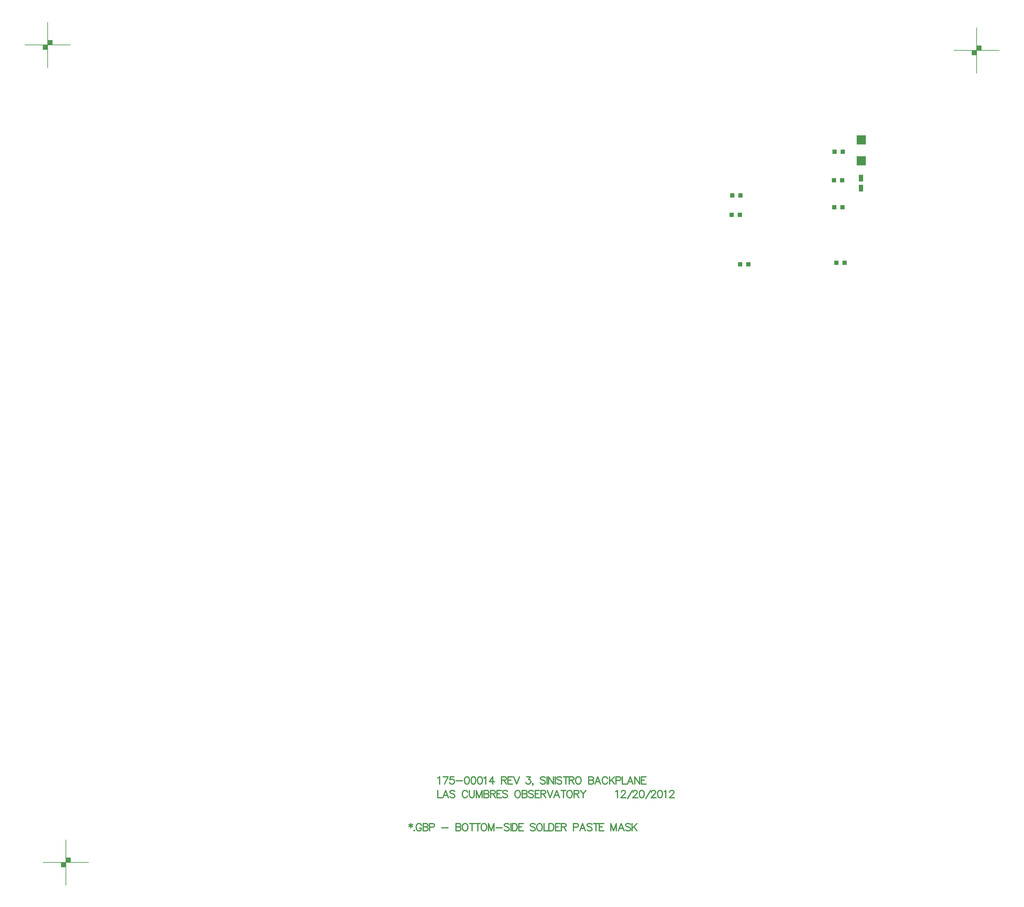
<source format=gbp>
%FSLAX23Y23*%
%MOIN*%
G70*
G01*
G75*
G04 Layer_Color=128*
%ADD10R,0.037X0.035*%
%ADD11R,0.037X0.035*%
%ADD12R,0.070X0.135*%
%ADD13R,0.036X0.036*%
%ADD14R,0.036X0.028*%
%ADD15R,0.100X0.100*%
%ADD16R,0.078X0.048*%
%ADD17R,0.050X0.050*%
%ADD18R,0.050X0.050*%
%ADD19R,0.016X0.085*%
%ADD20R,0.709X0.020*%
%ADD21R,0.048X0.078*%
%ADD22R,0.135X0.070*%
%ADD23C,0.010*%
%ADD24C,0.030*%
%ADD25C,0.050*%
%ADD26C,0.006*%
%ADD27C,0.012*%
%ADD28C,0.008*%
%ADD29C,0.012*%
%ADD30C,0.012*%
%ADD31C,0.050*%
%ADD32O,0.090X0.110*%
G04:AMPARAMS|DCode=33|XSize=90mil|YSize=110mil|CornerRadius=0mil|HoleSize=0mil|Usage=FLASHONLY|Rotation=231.428|XOffset=0mil|YOffset=0mil|HoleType=Round|Shape=Round|*
%AMOVALD33*
21,1,0.020,0.090,0.000,0.000,321.4*
1,1,0.090,-0.008,0.006*
1,1,0.090,0.008,-0.006*
%
%ADD33OVALD33*%

G04:AMPARAMS|DCode=34|XSize=90mil|YSize=110mil|CornerRadius=0mil|HoleSize=0mil|Usage=FLASHONLY|Rotation=282.856|XOffset=0mil|YOffset=0mil|HoleType=Round|Shape=Round|*
%AMOVALD34*
21,1,0.020,0.090,0.000,0.000,12.9*
1,1,0.090,-0.010,-0.002*
1,1,0.090,0.010,0.002*
%
%ADD34OVALD34*%

G04:AMPARAMS|DCode=35|XSize=90mil|YSize=110mil|CornerRadius=0mil|HoleSize=0mil|Usage=FLASHONLY|Rotation=334.284|XOffset=0mil|YOffset=0mil|HoleType=Round|Shape=Round|*
%AMOVALD35*
21,1,0.020,0.090,0.000,0.000,64.3*
1,1,0.090,-0.004,-0.009*
1,1,0.090,0.004,0.009*
%
%ADD35OVALD35*%

G04:AMPARAMS|DCode=36|XSize=90mil|YSize=110mil|CornerRadius=0mil|HoleSize=0mil|Usage=FLASHONLY|Rotation=25.712|XOffset=0mil|YOffset=0mil|HoleType=Round|Shape=Round|*
%AMOVALD36*
21,1,0.020,0.090,0.000,0.000,115.7*
1,1,0.090,0.004,-0.009*
1,1,0.090,-0.004,0.009*
%
%ADD36OVALD36*%

G04:AMPARAMS|DCode=37|XSize=90mil|YSize=110mil|CornerRadius=0mil|HoleSize=0mil|Usage=FLASHONLY|Rotation=77.140|XOffset=0mil|YOffset=0mil|HoleType=Round|Shape=Round|*
%AMOVALD37*
21,1,0.020,0.090,0.000,0.000,167.1*
1,1,0.090,0.010,-0.002*
1,1,0.090,-0.010,0.002*
%
%ADD37OVALD37*%

G04:AMPARAMS|DCode=38|XSize=90mil|YSize=110mil|CornerRadius=0mil|HoleSize=0mil|Usage=FLASHONLY|Rotation=128.568|XOffset=0mil|YOffset=0mil|HoleType=Round|Shape=Round|*
%AMOVALD38*
21,1,0.020,0.090,0.000,0.000,218.6*
1,1,0.090,0.008,0.006*
1,1,0.090,-0.008,-0.006*
%
%ADD38OVALD38*%

G04:AMPARAMS|DCode=39|XSize=90mil|YSize=110mil|CornerRadius=0mil|HoleSize=0mil|Usage=FLASHONLY|Rotation=207.692|XOffset=0mil|YOffset=0mil|HoleType=Round|Shape=Round|*
%AMOVALD39*
21,1,0.020,0.090,0.000,0.000,297.7*
1,1,0.090,-0.005,0.009*
1,1,0.090,0.005,-0.009*
%
%ADD39OVALD39*%

G04:AMPARAMS|DCode=40|XSize=90mil|YSize=110mil|CornerRadius=0mil|HoleSize=0mil|Usage=FLASHONLY|Rotation=235.384|XOffset=0mil|YOffset=0mil|HoleType=Round|Shape=Round|*
%AMOVALD40*
21,1,0.020,0.090,0.000,0.000,325.4*
1,1,0.090,-0.008,0.006*
1,1,0.090,0.008,-0.006*
%
%ADD40OVALD40*%

G04:AMPARAMS|DCode=41|XSize=90mil|YSize=110mil|CornerRadius=0mil|HoleSize=0mil|Usage=FLASHONLY|Rotation=263.076|XOffset=0mil|YOffset=0mil|HoleType=Round|Shape=Round|*
%AMOVALD41*
21,1,0.020,0.090,0.000,0.000,353.1*
1,1,0.090,-0.010,0.001*
1,1,0.090,0.010,-0.001*
%
%ADD41OVALD41*%

G04:AMPARAMS|DCode=42|XSize=90mil|YSize=110mil|CornerRadius=0mil|HoleSize=0mil|Usage=FLASHONLY|Rotation=290.768|XOffset=0mil|YOffset=0mil|HoleType=Round|Shape=Round|*
%AMOVALD42*
21,1,0.020,0.090,0.000,0.000,20.8*
1,1,0.090,-0.009,-0.004*
1,1,0.090,0.009,0.004*
%
%ADD42OVALD42*%

G04:AMPARAMS|DCode=43|XSize=90mil|YSize=110mil|CornerRadius=0mil|HoleSize=0mil|Usage=FLASHONLY|Rotation=318.460|XOffset=0mil|YOffset=0mil|HoleType=Round|Shape=Round|*
%AMOVALD43*
21,1,0.020,0.090,0.000,0.000,48.5*
1,1,0.090,-0.007,-0.007*
1,1,0.090,0.007,0.007*
%
%ADD43OVALD43*%

G04:AMPARAMS|DCode=44|XSize=90mil|YSize=110mil|CornerRadius=0mil|HoleSize=0mil|Usage=FLASHONLY|Rotation=346.152|XOffset=0mil|YOffset=0mil|HoleType=Round|Shape=Round|*
%AMOVALD44*
21,1,0.020,0.090,0.000,0.000,76.2*
1,1,0.090,-0.002,-0.010*
1,1,0.090,0.002,0.010*
%
%ADD44OVALD44*%

G04:AMPARAMS|DCode=45|XSize=90mil|YSize=110mil|CornerRadius=0mil|HoleSize=0mil|Usage=FLASHONLY|Rotation=13.844|XOffset=0mil|YOffset=0mil|HoleType=Round|Shape=Round|*
%AMOVALD45*
21,1,0.020,0.090,0.000,0.000,103.8*
1,1,0.090,0.002,-0.010*
1,1,0.090,-0.002,0.010*
%
%ADD45OVALD45*%

G04:AMPARAMS|DCode=46|XSize=90mil|YSize=110mil|CornerRadius=0mil|HoleSize=0mil|Usage=FLASHONLY|Rotation=41.536|XOffset=0mil|YOffset=0mil|HoleType=Round|Shape=Round|*
%AMOVALD46*
21,1,0.020,0.090,0.000,0.000,131.5*
1,1,0.090,0.007,-0.007*
1,1,0.090,-0.007,0.007*
%
%ADD46OVALD46*%

G04:AMPARAMS|DCode=47|XSize=90mil|YSize=110mil|CornerRadius=0mil|HoleSize=0mil|Usage=FLASHONLY|Rotation=69.228|XOffset=0mil|YOffset=0mil|HoleType=Round|Shape=Round|*
%AMOVALD47*
21,1,0.020,0.090,0.000,0.000,159.2*
1,1,0.090,0.009,-0.004*
1,1,0.090,-0.009,0.004*
%
%ADD47OVALD47*%

G04:AMPARAMS|DCode=48|XSize=90mil|YSize=110mil|CornerRadius=0mil|HoleSize=0mil|Usage=FLASHONLY|Rotation=96.920|XOffset=0mil|YOffset=0mil|HoleType=Round|Shape=Round|*
%AMOVALD48*
21,1,0.020,0.090,0.000,0.000,186.9*
1,1,0.090,0.010,0.001*
1,1,0.090,-0.010,-0.001*
%
%ADD48OVALD48*%

G04:AMPARAMS|DCode=49|XSize=90mil|YSize=110mil|CornerRadius=0mil|HoleSize=0mil|Usage=FLASHONLY|Rotation=124.612|XOffset=0mil|YOffset=0mil|HoleType=Round|Shape=Round|*
%AMOVALD49*
21,1,0.020,0.090,0.000,0.000,214.6*
1,1,0.090,0.008,0.006*
1,1,0.090,-0.008,-0.006*
%
%ADD49OVALD49*%

G04:AMPARAMS|DCode=50|XSize=90mil|YSize=110mil|CornerRadius=0mil|HoleSize=0mil|Usage=FLASHONLY|Rotation=152.304|XOffset=0mil|YOffset=0mil|HoleType=Round|Shape=Round|*
%AMOVALD50*
21,1,0.020,0.090,0.000,0.000,242.3*
1,1,0.090,0.005,0.009*
1,1,0.090,-0.005,-0.009*
%
%ADD50OVALD50*%

G04:AMPARAMS|DCode=51|XSize=90mil|YSize=110mil|CornerRadius=0mil|HoleSize=0mil|Usage=FLASHONLY|Rotation=198.000|XOffset=0mil|YOffset=0mil|HoleType=Round|Shape=Round|*
%AMOVALD51*
21,1,0.020,0.090,0.000,0.000,288.0*
1,1,0.090,-0.003,0.010*
1,1,0.090,0.003,-0.010*
%
%ADD51OVALD51*%

G04:AMPARAMS|DCode=52|XSize=90mil|YSize=110mil|CornerRadius=0mil|HoleSize=0mil|Usage=FLASHONLY|Rotation=216.000|XOffset=0mil|YOffset=0mil|HoleType=Round|Shape=Round|*
%AMOVALD52*
21,1,0.020,0.090,0.000,0.000,306.0*
1,1,0.090,-0.006,0.008*
1,1,0.090,0.006,-0.008*
%
%ADD52OVALD52*%

G04:AMPARAMS|DCode=53|XSize=90mil|YSize=110mil|CornerRadius=0mil|HoleSize=0mil|Usage=FLASHONLY|Rotation=234.000|XOffset=0mil|YOffset=0mil|HoleType=Round|Shape=Round|*
%AMOVALD53*
21,1,0.020,0.090,0.000,0.000,324.0*
1,1,0.090,-0.008,0.006*
1,1,0.090,0.008,-0.006*
%
%ADD53OVALD53*%

G04:AMPARAMS|DCode=54|XSize=90mil|YSize=110mil|CornerRadius=0mil|HoleSize=0mil|Usage=FLASHONLY|Rotation=252.000|XOffset=0mil|YOffset=0mil|HoleType=Round|Shape=Round|*
%AMOVALD54*
21,1,0.020,0.090,0.000,0.000,342.0*
1,1,0.090,-0.010,0.003*
1,1,0.090,0.010,-0.003*
%
%ADD54OVALD54*%

%ADD55O,0.110X0.090*%
G04:AMPARAMS|DCode=56|XSize=90mil|YSize=110mil|CornerRadius=0mil|HoleSize=0mil|Usage=FLASHONLY|Rotation=288.000|XOffset=0mil|YOffset=0mil|HoleType=Round|Shape=Round|*
%AMOVALD56*
21,1,0.020,0.090,0.000,0.000,18.0*
1,1,0.090,-0.010,-0.003*
1,1,0.090,0.010,0.003*
%
%ADD56OVALD56*%

G04:AMPARAMS|DCode=57|XSize=90mil|YSize=110mil|CornerRadius=0mil|HoleSize=0mil|Usage=FLASHONLY|Rotation=306.000|XOffset=0mil|YOffset=0mil|HoleType=Round|Shape=Round|*
%AMOVALD57*
21,1,0.020,0.090,0.000,0.000,36.0*
1,1,0.090,-0.008,-0.006*
1,1,0.090,0.008,0.006*
%
%ADD57OVALD57*%

G04:AMPARAMS|DCode=58|XSize=90mil|YSize=110mil|CornerRadius=0mil|HoleSize=0mil|Usage=FLASHONLY|Rotation=324.000|XOffset=0mil|YOffset=0mil|HoleType=Round|Shape=Round|*
%AMOVALD58*
21,1,0.020,0.090,0.000,0.000,54.0*
1,1,0.090,-0.006,-0.008*
1,1,0.090,0.006,0.008*
%
%ADD58OVALD58*%

G04:AMPARAMS|DCode=59|XSize=90mil|YSize=110mil|CornerRadius=0mil|HoleSize=0mil|Usage=FLASHONLY|Rotation=342.000|XOffset=0mil|YOffset=0mil|HoleType=Round|Shape=Round|*
%AMOVALD59*
21,1,0.020,0.090,0.000,0.000,72.0*
1,1,0.090,-0.003,-0.010*
1,1,0.090,0.003,0.010*
%
%ADD59OVALD59*%

%ADD60C,0.059*%
%ADD61R,0.059X0.059*%
%ADD62R,0.070X0.070*%
%ADD63C,0.070*%
%ADD64C,0.040*%
%ADD65C,0.236*%
%ADD66C,0.024*%
%ADD67C,0.010*%
%ADD68C,0.040*%
%ADD69C,0.065*%
G04:AMPARAMS|DCode=70|XSize=85mil|YSize=85mil|CornerRadius=0mil|HoleSize=0mil|Usage=FLASHONLY|Rotation=0.000|XOffset=0mil|YOffset=0mil|HoleType=Round|Shape=Relief|Width=10mil|Gap=10mil|Entries=4|*
%AMTHD70*
7,0,0,0.085,0.065,0.010,45*
%
%ADD70THD70*%
G04:AMPARAMS|DCode=71|XSize=130mil|YSize=130mil|CornerRadius=0mil|HoleSize=0mil|Usage=FLASHONLY|Rotation=0.000|XOffset=0mil|YOffset=0mil|HoleType=Round|Shape=Relief|Width=10mil|Gap=10mil|Entries=4|*
%AMTHD71*
7,0,0,0.130,0.110,0.010,45*
%
%ADD71THD71*%
%ADD72C,0.110*%
%ADD73C,0.079*%
G04:AMPARAMS|DCode=74|XSize=99.37mil|YSize=99.37mil|CornerRadius=0mil|HoleSize=0mil|Usage=FLASHONLY|Rotation=0.000|XOffset=0mil|YOffset=0mil|HoleType=Round|Shape=Relief|Width=10mil|Gap=10mil|Entries=4|*
%AMTHD74*
7,0,0,0.099,0.079,0.010,45*
%
%ADD74THD74*%
%ADD75C,0.075*%
%ADD76C,0.080*%
G04:AMPARAMS|DCode=77|XSize=95.433mil|YSize=95.433mil|CornerRadius=0mil|HoleSize=0mil|Usage=FLASHONLY|Rotation=0.000|XOffset=0mil|YOffset=0mil|HoleType=Round|Shape=Relief|Width=10mil|Gap=10mil|Entries=4|*
%AMTHD77*
7,0,0,0.095,0.075,0.010,45*
%
%ADD77THD77*%
%ADD78C,0.174*%
G04:AMPARAMS|DCode=79|XSize=70mil|YSize=70mil|CornerRadius=0mil|HoleSize=0mil|Usage=FLASHONLY|Rotation=0.000|XOffset=0mil|YOffset=0mil|HoleType=Round|Shape=Relief|Width=10mil|Gap=10mil|Entries=4|*
%AMTHD79*
7,0,0,0.070,0.050,0.010,45*
%
%ADD79THD79*%
%ADD80C,0.020*%
G04:AMPARAMS|DCode=81|XSize=100mil|YSize=100mil|CornerRadius=0mil|HoleSize=0mil|Usage=FLASHONLY|Rotation=0.000|XOffset=0mil|YOffset=0mil|HoleType=Round|Shape=Relief|Width=10mil|Gap=10mil|Entries=4|*
%AMTHD81*
7,0,0,0.100,0.080,0.010,45*
%
%ADD81THD81*%
%ADD82C,0.010*%
%ADD83C,0.008*%
%ADD84C,0.007*%
%ADD85R,0.257X0.178*%
%ADD86R,1.096X0.079*%
%ADD87R,1.496X0.079*%
%ADD88R,1.000X0.079*%
%ADD89R,0.045X0.043*%
%ADD90R,0.045X0.043*%
%ADD91R,0.078X0.143*%
%ADD92R,0.044X0.044*%
%ADD93R,0.044X0.036*%
%ADD94R,0.108X0.108*%
%ADD95R,0.086X0.056*%
%ADD96R,0.058X0.058*%
%ADD97R,0.058X0.058*%
%ADD98R,0.024X0.093*%
%ADD99R,0.717X0.028*%
%ADD100R,0.056X0.086*%
%ADD101R,0.143X0.078*%
%ADD102O,0.098X0.118*%
G04:AMPARAMS|DCode=103|XSize=98mil|YSize=118mil|CornerRadius=0mil|HoleSize=0mil|Usage=FLASHONLY|Rotation=231.428|XOffset=0mil|YOffset=0mil|HoleType=Round|Shape=Round|*
%AMOVALD103*
21,1,0.020,0.098,0.000,0.000,321.4*
1,1,0.098,-0.008,0.006*
1,1,0.098,0.008,-0.006*
%
%ADD103OVALD103*%

G04:AMPARAMS|DCode=104|XSize=98mil|YSize=118mil|CornerRadius=0mil|HoleSize=0mil|Usage=FLASHONLY|Rotation=282.856|XOffset=0mil|YOffset=0mil|HoleType=Round|Shape=Round|*
%AMOVALD104*
21,1,0.020,0.098,0.000,0.000,12.9*
1,1,0.098,-0.010,-0.002*
1,1,0.098,0.010,0.002*
%
%ADD104OVALD104*%

G04:AMPARAMS|DCode=105|XSize=98mil|YSize=118mil|CornerRadius=0mil|HoleSize=0mil|Usage=FLASHONLY|Rotation=334.284|XOffset=0mil|YOffset=0mil|HoleType=Round|Shape=Round|*
%AMOVALD105*
21,1,0.020,0.098,0.000,0.000,64.3*
1,1,0.098,-0.004,-0.009*
1,1,0.098,0.004,0.009*
%
%ADD105OVALD105*%

G04:AMPARAMS|DCode=106|XSize=98mil|YSize=118mil|CornerRadius=0mil|HoleSize=0mil|Usage=FLASHONLY|Rotation=25.712|XOffset=0mil|YOffset=0mil|HoleType=Round|Shape=Round|*
%AMOVALD106*
21,1,0.020,0.098,0.000,0.000,115.7*
1,1,0.098,0.004,-0.009*
1,1,0.098,-0.004,0.009*
%
%ADD106OVALD106*%

G04:AMPARAMS|DCode=107|XSize=98mil|YSize=118mil|CornerRadius=0mil|HoleSize=0mil|Usage=FLASHONLY|Rotation=77.140|XOffset=0mil|YOffset=0mil|HoleType=Round|Shape=Round|*
%AMOVALD107*
21,1,0.020,0.098,0.000,0.000,167.1*
1,1,0.098,0.010,-0.002*
1,1,0.098,-0.010,0.002*
%
%ADD107OVALD107*%

G04:AMPARAMS|DCode=108|XSize=98mil|YSize=118mil|CornerRadius=0mil|HoleSize=0mil|Usage=FLASHONLY|Rotation=128.568|XOffset=0mil|YOffset=0mil|HoleType=Round|Shape=Round|*
%AMOVALD108*
21,1,0.020,0.098,0.000,0.000,218.6*
1,1,0.098,0.008,0.006*
1,1,0.098,-0.008,-0.006*
%
%ADD108OVALD108*%

G04:AMPARAMS|DCode=109|XSize=98mil|YSize=118mil|CornerRadius=0mil|HoleSize=0mil|Usage=FLASHONLY|Rotation=207.692|XOffset=0mil|YOffset=0mil|HoleType=Round|Shape=Round|*
%AMOVALD109*
21,1,0.020,0.098,0.000,0.000,297.7*
1,1,0.098,-0.005,0.009*
1,1,0.098,0.005,-0.009*
%
%ADD109OVALD109*%

G04:AMPARAMS|DCode=110|XSize=98mil|YSize=118mil|CornerRadius=0mil|HoleSize=0mil|Usage=FLASHONLY|Rotation=235.384|XOffset=0mil|YOffset=0mil|HoleType=Round|Shape=Round|*
%AMOVALD110*
21,1,0.020,0.098,0.000,0.000,325.4*
1,1,0.098,-0.008,0.006*
1,1,0.098,0.008,-0.006*
%
%ADD110OVALD110*%

G04:AMPARAMS|DCode=111|XSize=98mil|YSize=118mil|CornerRadius=0mil|HoleSize=0mil|Usage=FLASHONLY|Rotation=263.076|XOffset=0mil|YOffset=0mil|HoleType=Round|Shape=Round|*
%AMOVALD111*
21,1,0.020,0.098,0.000,0.000,353.1*
1,1,0.098,-0.010,0.001*
1,1,0.098,0.010,-0.001*
%
%ADD111OVALD111*%

G04:AMPARAMS|DCode=112|XSize=98mil|YSize=118mil|CornerRadius=0mil|HoleSize=0mil|Usage=FLASHONLY|Rotation=290.768|XOffset=0mil|YOffset=0mil|HoleType=Round|Shape=Round|*
%AMOVALD112*
21,1,0.020,0.098,0.000,0.000,20.8*
1,1,0.098,-0.009,-0.004*
1,1,0.098,0.009,0.004*
%
%ADD112OVALD112*%

G04:AMPARAMS|DCode=113|XSize=98mil|YSize=118mil|CornerRadius=0mil|HoleSize=0mil|Usage=FLASHONLY|Rotation=318.460|XOffset=0mil|YOffset=0mil|HoleType=Round|Shape=Round|*
%AMOVALD113*
21,1,0.020,0.098,0.000,0.000,48.5*
1,1,0.098,-0.007,-0.007*
1,1,0.098,0.007,0.007*
%
%ADD113OVALD113*%

G04:AMPARAMS|DCode=114|XSize=98mil|YSize=118mil|CornerRadius=0mil|HoleSize=0mil|Usage=FLASHONLY|Rotation=346.152|XOffset=0mil|YOffset=0mil|HoleType=Round|Shape=Round|*
%AMOVALD114*
21,1,0.020,0.098,0.000,0.000,76.2*
1,1,0.098,-0.002,-0.010*
1,1,0.098,0.002,0.010*
%
%ADD114OVALD114*%

G04:AMPARAMS|DCode=115|XSize=98mil|YSize=118mil|CornerRadius=0mil|HoleSize=0mil|Usage=FLASHONLY|Rotation=13.844|XOffset=0mil|YOffset=0mil|HoleType=Round|Shape=Round|*
%AMOVALD115*
21,1,0.020,0.098,0.000,0.000,103.8*
1,1,0.098,0.002,-0.010*
1,1,0.098,-0.002,0.010*
%
%ADD115OVALD115*%

G04:AMPARAMS|DCode=116|XSize=98mil|YSize=118mil|CornerRadius=0mil|HoleSize=0mil|Usage=FLASHONLY|Rotation=41.536|XOffset=0mil|YOffset=0mil|HoleType=Round|Shape=Round|*
%AMOVALD116*
21,1,0.020,0.098,0.000,0.000,131.5*
1,1,0.098,0.007,-0.007*
1,1,0.098,-0.007,0.007*
%
%ADD116OVALD116*%

G04:AMPARAMS|DCode=117|XSize=98mil|YSize=118mil|CornerRadius=0mil|HoleSize=0mil|Usage=FLASHONLY|Rotation=69.228|XOffset=0mil|YOffset=0mil|HoleType=Round|Shape=Round|*
%AMOVALD117*
21,1,0.020,0.098,0.000,0.000,159.2*
1,1,0.098,0.009,-0.004*
1,1,0.098,-0.009,0.004*
%
%ADD117OVALD117*%

G04:AMPARAMS|DCode=118|XSize=98mil|YSize=118mil|CornerRadius=0mil|HoleSize=0mil|Usage=FLASHONLY|Rotation=96.920|XOffset=0mil|YOffset=0mil|HoleType=Round|Shape=Round|*
%AMOVALD118*
21,1,0.020,0.098,0.000,0.000,186.9*
1,1,0.098,0.010,0.001*
1,1,0.098,-0.010,-0.001*
%
%ADD118OVALD118*%

G04:AMPARAMS|DCode=119|XSize=98mil|YSize=118mil|CornerRadius=0mil|HoleSize=0mil|Usage=FLASHONLY|Rotation=124.612|XOffset=0mil|YOffset=0mil|HoleType=Round|Shape=Round|*
%AMOVALD119*
21,1,0.020,0.098,0.000,0.000,214.6*
1,1,0.098,0.008,0.006*
1,1,0.098,-0.008,-0.006*
%
%ADD119OVALD119*%

G04:AMPARAMS|DCode=120|XSize=98mil|YSize=118mil|CornerRadius=0mil|HoleSize=0mil|Usage=FLASHONLY|Rotation=152.304|XOffset=0mil|YOffset=0mil|HoleType=Round|Shape=Round|*
%AMOVALD120*
21,1,0.020,0.098,0.000,0.000,242.3*
1,1,0.098,0.005,0.009*
1,1,0.098,-0.005,-0.009*
%
%ADD120OVALD120*%

G04:AMPARAMS|DCode=121|XSize=98mil|YSize=118mil|CornerRadius=0mil|HoleSize=0mil|Usage=FLASHONLY|Rotation=198.000|XOffset=0mil|YOffset=0mil|HoleType=Round|Shape=Round|*
%AMOVALD121*
21,1,0.020,0.098,0.000,0.000,288.0*
1,1,0.098,-0.003,0.010*
1,1,0.098,0.003,-0.010*
%
%ADD121OVALD121*%

G04:AMPARAMS|DCode=122|XSize=98mil|YSize=118mil|CornerRadius=0mil|HoleSize=0mil|Usage=FLASHONLY|Rotation=216.000|XOffset=0mil|YOffset=0mil|HoleType=Round|Shape=Round|*
%AMOVALD122*
21,1,0.020,0.098,0.000,0.000,306.0*
1,1,0.098,-0.006,0.008*
1,1,0.098,0.006,-0.008*
%
%ADD122OVALD122*%

G04:AMPARAMS|DCode=123|XSize=98mil|YSize=118mil|CornerRadius=0mil|HoleSize=0mil|Usage=FLASHONLY|Rotation=234.000|XOffset=0mil|YOffset=0mil|HoleType=Round|Shape=Round|*
%AMOVALD123*
21,1,0.020,0.098,0.000,0.000,324.0*
1,1,0.098,-0.008,0.006*
1,1,0.098,0.008,-0.006*
%
%ADD123OVALD123*%

G04:AMPARAMS|DCode=124|XSize=98mil|YSize=118mil|CornerRadius=0mil|HoleSize=0mil|Usage=FLASHONLY|Rotation=252.000|XOffset=0mil|YOffset=0mil|HoleType=Round|Shape=Round|*
%AMOVALD124*
21,1,0.020,0.098,0.000,0.000,342.0*
1,1,0.098,-0.010,0.003*
1,1,0.098,0.010,-0.003*
%
%ADD124OVALD124*%

%ADD125O,0.118X0.098*%
G04:AMPARAMS|DCode=126|XSize=98mil|YSize=118mil|CornerRadius=0mil|HoleSize=0mil|Usage=FLASHONLY|Rotation=288.000|XOffset=0mil|YOffset=0mil|HoleType=Round|Shape=Round|*
%AMOVALD126*
21,1,0.020,0.098,0.000,0.000,18.0*
1,1,0.098,-0.010,-0.003*
1,1,0.098,0.010,0.003*
%
%ADD126OVALD126*%

G04:AMPARAMS|DCode=127|XSize=98mil|YSize=118mil|CornerRadius=0mil|HoleSize=0mil|Usage=FLASHONLY|Rotation=306.000|XOffset=0mil|YOffset=0mil|HoleType=Round|Shape=Round|*
%AMOVALD127*
21,1,0.020,0.098,0.000,0.000,36.0*
1,1,0.098,-0.008,-0.006*
1,1,0.098,0.008,0.006*
%
%ADD127OVALD127*%

G04:AMPARAMS|DCode=128|XSize=98mil|YSize=118mil|CornerRadius=0mil|HoleSize=0mil|Usage=FLASHONLY|Rotation=324.000|XOffset=0mil|YOffset=0mil|HoleType=Round|Shape=Round|*
%AMOVALD128*
21,1,0.020,0.098,0.000,0.000,54.0*
1,1,0.098,-0.006,-0.008*
1,1,0.098,0.006,0.008*
%
%ADD128OVALD128*%

G04:AMPARAMS|DCode=129|XSize=98mil|YSize=118mil|CornerRadius=0mil|HoleSize=0mil|Usage=FLASHONLY|Rotation=342.000|XOffset=0mil|YOffset=0mil|HoleType=Round|Shape=Round|*
%AMOVALD129*
21,1,0.020,0.098,0.000,0.000,72.0*
1,1,0.098,-0.003,-0.010*
1,1,0.098,0.003,0.010*
%
%ADD129OVALD129*%

%ADD130C,0.067*%
%ADD131R,0.067X0.067*%
%ADD132R,0.078X0.078*%
%ADD133C,0.078*%
%ADD134C,0.048*%
%ADD135C,0.244*%
%ADD136C,0.032*%
%ADD137C,0.018*%
%ADD138R,1.960X0.420*%
D15*
X36963Y26735D02*
D03*
Y26965D02*
D03*
D18*
X35546Y26355D02*
D03*
X35636D02*
D03*
X36759Y26836D02*
D03*
X36669D02*
D03*
X36689Y25615D02*
D03*
X36779D02*
D03*
X35635Y25601D02*
D03*
X35725D02*
D03*
X36754Y26523D02*
D03*
X36664D02*
D03*
X36757Y26227D02*
D03*
X36667D02*
D03*
X35631Y26144D02*
D03*
X35541D02*
D03*
D21*
X36960Y26546D02*
D03*
Y26436D02*
D03*
D28*
X28229Y18781D02*
Y19281D01*
X27979Y19031D02*
X28479D01*
X28179Y18981D02*
X28229D01*
X28179D02*
Y19031D01*
X28229Y19081D02*
X28279D01*
Y19031D02*
Y19081D01*
X28234Y19036D02*
Y19076D01*
X28274D01*
Y19036D02*
Y19076D01*
X28234Y19036D02*
X28274D01*
X28239Y19041D02*
Y19071D01*
X28269D01*
Y19041D02*
Y19071D01*
X28244Y19041D02*
X28269D01*
X28244Y19046D02*
Y19066D01*
X28264D01*
Y19046D02*
Y19066D01*
X28249Y19046D02*
X28264D01*
X28249Y19051D02*
Y19061D01*
X28259D01*
Y19051D02*
Y19061D01*
X28249Y19051D02*
X28259D01*
X28254D02*
Y19061D01*
X28184Y18986D02*
Y19026D01*
X28224D01*
Y18986D02*
Y19026D01*
X28184Y18986D02*
X28224D01*
X28189Y18991D02*
Y19021D01*
X28219D01*
Y18991D02*
Y19021D01*
X28194Y18991D02*
X28219D01*
X28194Y18996D02*
Y19016D01*
X28214D01*
Y18996D02*
Y19016D01*
X28199Y18996D02*
X28214D01*
X28199Y19001D02*
Y19011D01*
X28209D01*
Y19001D02*
Y19011D01*
X28199Y19001D02*
X28209D01*
X28204D02*
Y19011D01*
X28029Y27761D02*
Y28261D01*
X27779Y28011D02*
X28279D01*
X27979Y27961D02*
X28029D01*
X27979D02*
Y28011D01*
X28029Y28061D02*
X28079D01*
Y28011D02*
Y28061D01*
X28034Y28016D02*
Y28056D01*
X28074D01*
Y28016D02*
Y28056D01*
X28034Y28016D02*
X28074D01*
X28039Y28021D02*
Y28051D01*
X28069D01*
Y28021D02*
Y28051D01*
X28044Y28021D02*
X28069D01*
X28044Y28026D02*
Y28046D01*
X28064D01*
Y28026D02*
Y28046D01*
X28049Y28026D02*
X28064D01*
X28049Y28031D02*
Y28041D01*
X28059D01*
Y28031D02*
Y28041D01*
X28049Y28031D02*
X28059D01*
X28054D02*
Y28041D01*
X27984Y27966D02*
Y28006D01*
X28024D01*
Y27966D02*
Y28006D01*
X27984Y27966D02*
X28024D01*
X27989Y27971D02*
Y28001D01*
X28019D01*
Y27971D02*
Y28001D01*
X27994Y27971D02*
X28019D01*
X27994Y27976D02*
Y27996D01*
X28014D01*
Y27976D02*
Y27996D01*
X27999Y27976D02*
X28014D01*
X27999Y27981D02*
Y27991D01*
X28009D01*
Y27981D02*
Y27991D01*
X27999Y27981D02*
X28009D01*
X28004D02*
Y27991D01*
X38229Y27701D02*
Y28201D01*
X37979Y27951D02*
X38479D01*
X38179Y27901D02*
X38229D01*
X38179D02*
Y27951D01*
X38229Y28001D02*
X38279D01*
Y27951D02*
Y28001D01*
X38234Y27956D02*
Y27996D01*
X38274D01*
Y27956D02*
Y27996D01*
X38234Y27956D02*
X38274D01*
X38239Y27961D02*
Y27991D01*
X38269D01*
Y27961D02*
Y27991D01*
X38244Y27961D02*
X38269D01*
X38244Y27966D02*
Y27986D01*
X38264D01*
Y27966D02*
Y27986D01*
X38249Y27966D02*
X38264D01*
X38249Y27971D02*
Y27981D01*
X38259D01*
Y27971D02*
Y27981D01*
X38249Y27971D02*
X38259D01*
X38254D02*
Y27981D01*
X38184Y27906D02*
Y27946D01*
X38224D01*
Y27906D02*
Y27946D01*
X38184Y27906D02*
X38224D01*
X38189Y27911D02*
Y27941D01*
X38219D01*
Y27911D02*
Y27941D01*
X38194Y27911D02*
X38219D01*
X38194Y27916D02*
Y27936D01*
X38214D01*
Y27916D02*
Y27936D01*
X38199Y27916D02*
X38214D01*
X38199Y27921D02*
Y27931D01*
X38209D01*
Y27921D02*
Y27931D01*
X38199Y27921D02*
X38209D01*
X38204D02*
Y27931D01*
D29*
X32314Y19820D02*
Y19740D01*
X32360D01*
X32430D02*
X32399Y19820D01*
X32369Y19740D01*
X32380Y19767D02*
X32418D01*
X32502Y19809D02*
X32494Y19817D01*
X32483Y19820D01*
X32468D01*
X32456Y19817D01*
X32448Y19809D01*
Y19801D01*
X32452Y19794D01*
X32456Y19790D01*
X32464Y19786D01*
X32487Y19779D01*
X32494Y19775D01*
X32498Y19771D01*
X32502Y19763D01*
Y19752D01*
X32494Y19744D01*
X32483Y19740D01*
X32468D01*
X32456Y19744D01*
X32448Y19752D01*
X32640Y19801D02*
X32636Y19809D01*
X32628Y19817D01*
X32621Y19820D01*
X32605D01*
X32598Y19817D01*
X32590Y19809D01*
X32586Y19801D01*
X32583Y19790D01*
Y19771D01*
X32586Y19759D01*
X32590Y19752D01*
X32598Y19744D01*
X32605Y19740D01*
X32621D01*
X32628Y19744D01*
X32636Y19752D01*
X32640Y19759D01*
X32662Y19820D02*
Y19763D01*
X32666Y19752D01*
X32674Y19744D01*
X32685Y19740D01*
X32693D01*
X32704Y19744D01*
X32712Y19752D01*
X32715Y19763D01*
Y19820D01*
X32738D02*
Y19740D01*
Y19820D02*
X32768Y19740D01*
X32799Y19820D02*
X32768Y19740D01*
X32799Y19820D02*
Y19740D01*
X32821Y19820D02*
Y19740D01*
Y19820D02*
X32856D01*
X32867Y19817D01*
X32871Y19813D01*
X32875Y19805D01*
Y19798D01*
X32871Y19790D01*
X32867Y19786D01*
X32856Y19782D01*
X32821D02*
X32856D01*
X32867Y19779D01*
X32871Y19775D01*
X32875Y19767D01*
Y19756D01*
X32871Y19748D01*
X32867Y19744D01*
X32856Y19740D01*
X32821D01*
X32893Y19820D02*
Y19740D01*
Y19820D02*
X32927D01*
X32938Y19817D01*
X32942Y19813D01*
X32946Y19805D01*
Y19798D01*
X32942Y19790D01*
X32938Y19786D01*
X32927Y19782D01*
X32893D01*
X32919D02*
X32946Y19740D01*
X33013Y19820D02*
X32964D01*
Y19740D01*
X33013D01*
X32964Y19782D02*
X32994D01*
X33080Y19809D02*
X33072Y19817D01*
X33061Y19820D01*
X33046D01*
X33034Y19817D01*
X33027Y19809D01*
Y19801D01*
X33030Y19794D01*
X33034Y19790D01*
X33042Y19786D01*
X33065Y19779D01*
X33072Y19775D01*
X33076Y19771D01*
X33080Y19763D01*
Y19752D01*
X33072Y19744D01*
X33061Y19740D01*
X33046D01*
X33034Y19744D01*
X33027Y19752D01*
X33184Y19820D02*
X33176Y19817D01*
X33168Y19809D01*
X33165Y19801D01*
X33161Y19790D01*
Y19771D01*
X33165Y19759D01*
X33168Y19752D01*
X33176Y19744D01*
X33184Y19740D01*
X33199D01*
X33206Y19744D01*
X33214Y19752D01*
X33218Y19759D01*
X33222Y19771D01*
Y19790D01*
X33218Y19801D01*
X33214Y19809D01*
X33206Y19817D01*
X33199Y19820D01*
X33184D01*
X33240D02*
Y19740D01*
Y19820D02*
X33275D01*
X33286Y19817D01*
X33290Y19813D01*
X33294Y19805D01*
Y19798D01*
X33290Y19790D01*
X33286Y19786D01*
X33275Y19782D01*
X33240D02*
X33275D01*
X33286Y19779D01*
X33290Y19775D01*
X33294Y19767D01*
Y19756D01*
X33290Y19748D01*
X33286Y19744D01*
X33275Y19740D01*
X33240D01*
X33365Y19809D02*
X33357Y19817D01*
X33346Y19820D01*
X33331D01*
X33319Y19817D01*
X33312Y19809D01*
Y19801D01*
X33315Y19794D01*
X33319Y19790D01*
X33327Y19786D01*
X33350Y19779D01*
X33357Y19775D01*
X33361Y19771D01*
X33365Y19763D01*
Y19752D01*
X33357Y19744D01*
X33346Y19740D01*
X33331D01*
X33319Y19744D01*
X33312Y19752D01*
X33432Y19820D02*
X33383D01*
Y19740D01*
X33432D01*
X33383Y19782D02*
X33413D01*
X33446Y19820D02*
Y19740D01*
Y19820D02*
X33480D01*
X33491Y19817D01*
X33495Y19813D01*
X33499Y19805D01*
Y19798D01*
X33495Y19790D01*
X33491Y19786D01*
X33480Y19782D01*
X33446D01*
X33472D02*
X33499Y19740D01*
X33517Y19820D02*
X33547Y19740D01*
X33578Y19820D02*
X33547Y19740D01*
X33649D02*
X33619Y19820D01*
X33588Y19740D01*
X33599Y19767D02*
X33638D01*
X33694Y19820D02*
Y19740D01*
X33668Y19820D02*
X33721D01*
X33753D02*
X33746Y19817D01*
X33738Y19809D01*
X33734Y19801D01*
X33731Y19790D01*
Y19771D01*
X33734Y19759D01*
X33738Y19752D01*
X33746Y19744D01*
X33753Y19740D01*
X33769D01*
X33776Y19744D01*
X33784Y19752D01*
X33788Y19759D01*
X33791Y19771D01*
Y19790D01*
X33788Y19801D01*
X33784Y19809D01*
X33776Y19817D01*
X33769Y19820D01*
X33753D01*
X33810D02*
Y19740D01*
Y19820D02*
X33844D01*
X33856Y19817D01*
X33860Y19813D01*
X33863Y19805D01*
Y19798D01*
X33860Y19790D01*
X33856Y19786D01*
X33844Y19782D01*
X33810D01*
X33837D02*
X33863Y19740D01*
X33881Y19820D02*
X33912Y19782D01*
Y19740D01*
X33942Y19820D02*
X33912Y19782D01*
X34267Y19805D02*
X34274Y19809D01*
X34286Y19820D01*
Y19740D01*
X34329Y19801D02*
Y19805D01*
X34333Y19813D01*
X34337Y19817D01*
X34344Y19820D01*
X34360D01*
X34367Y19817D01*
X34371Y19813D01*
X34375Y19805D01*
Y19798D01*
X34371Y19790D01*
X34364Y19779D01*
X34325Y19740D01*
X34379D01*
X34397Y19729D02*
X34450Y19820D01*
X34459Y19801D02*
Y19805D01*
X34463Y19813D01*
X34467Y19817D01*
X34474Y19820D01*
X34490D01*
X34497Y19817D01*
X34501Y19813D01*
X34505Y19805D01*
Y19798D01*
X34501Y19790D01*
X34493Y19779D01*
X34455Y19740D01*
X34509D01*
X34549Y19820D02*
X34538Y19817D01*
X34530Y19805D01*
X34527Y19786D01*
Y19775D01*
X34530Y19756D01*
X34538Y19744D01*
X34549Y19740D01*
X34557D01*
X34568Y19744D01*
X34576Y19756D01*
X34580Y19775D01*
Y19786D01*
X34576Y19805D01*
X34568Y19817D01*
X34557Y19820D01*
X34549D01*
X34598Y19729D02*
X34651Y19820D01*
X34660Y19801D02*
Y19805D01*
X34664Y19813D01*
X34668Y19817D01*
X34675Y19820D01*
X34691D01*
X34698Y19817D01*
X34702Y19813D01*
X34706Y19805D01*
Y19798D01*
X34702Y19790D01*
X34694Y19779D01*
X34656Y19740D01*
X34710D01*
X34750Y19820D02*
X34739Y19817D01*
X34731Y19805D01*
X34728Y19786D01*
Y19775D01*
X34731Y19756D01*
X34739Y19744D01*
X34750Y19740D01*
X34758D01*
X34770Y19744D01*
X34777Y19756D01*
X34781Y19775D01*
Y19786D01*
X34777Y19805D01*
X34770Y19817D01*
X34758Y19820D01*
X34750D01*
X34799Y19805D02*
X34806Y19809D01*
X34818Y19820D01*
Y19740D01*
X34861Y19801D02*
Y19805D01*
X34865Y19813D01*
X34869Y19817D01*
X34877Y19820D01*
X34892D01*
X34899Y19817D01*
X34903Y19813D01*
X34907Y19805D01*
Y19798D01*
X34903Y19790D01*
X34896Y19779D01*
X34858Y19740D01*
X34911D01*
D30*
X32017Y19457D02*
Y19411D01*
X31998Y19445D02*
X32036Y19422D01*
Y19445D02*
X31998Y19422D01*
X32056Y19384D02*
X32052Y19381D01*
X32056Y19377D01*
X32060Y19381D01*
X32056Y19384D01*
X32134Y19438D02*
X32130Y19445D01*
X32123Y19453D01*
X32115Y19457D01*
X32100D01*
X32092Y19453D01*
X32085Y19445D01*
X32081Y19438D01*
X32077Y19426D01*
Y19407D01*
X32081Y19396D01*
X32085Y19388D01*
X32092Y19381D01*
X32100Y19377D01*
X32115D01*
X32123Y19381D01*
X32130Y19388D01*
X32134Y19396D01*
Y19407D01*
X32115D02*
X32134D01*
X32153Y19457D02*
Y19377D01*
Y19457D02*
X32187D01*
X32198Y19453D01*
X32202Y19449D01*
X32206Y19441D01*
Y19434D01*
X32202Y19426D01*
X32198Y19422D01*
X32187Y19419D01*
X32153D02*
X32187D01*
X32198Y19415D01*
X32202Y19411D01*
X32206Y19403D01*
Y19392D01*
X32202Y19384D01*
X32198Y19381D01*
X32187Y19377D01*
X32153D01*
X32224Y19415D02*
X32258D01*
X32269Y19419D01*
X32273Y19422D01*
X32277Y19430D01*
Y19441D01*
X32273Y19449D01*
X32269Y19453D01*
X32258Y19457D01*
X32224D01*
Y19377D01*
X32358Y19411D02*
X32426D01*
X32513Y19457D02*
Y19377D01*
Y19457D02*
X32547D01*
X32559Y19453D01*
X32562Y19449D01*
X32566Y19441D01*
Y19434D01*
X32562Y19426D01*
X32559Y19422D01*
X32547Y19419D01*
X32513D02*
X32547D01*
X32559Y19415D01*
X32562Y19411D01*
X32566Y19403D01*
Y19392D01*
X32562Y19384D01*
X32559Y19381D01*
X32547Y19377D01*
X32513D01*
X32607Y19457D02*
X32599Y19453D01*
X32592Y19445D01*
X32588Y19438D01*
X32584Y19426D01*
Y19407D01*
X32588Y19396D01*
X32592Y19388D01*
X32599Y19381D01*
X32607Y19377D01*
X32622D01*
X32630Y19381D01*
X32637Y19388D01*
X32641Y19396D01*
X32645Y19407D01*
Y19426D01*
X32641Y19438D01*
X32637Y19445D01*
X32630Y19453D01*
X32622Y19457D01*
X32607D01*
X32690D02*
Y19377D01*
X32664Y19457D02*
X32717D01*
X32753D02*
Y19377D01*
X32727Y19457D02*
X32780D01*
X32812D02*
X32805Y19453D01*
X32797Y19445D01*
X32793Y19438D01*
X32789Y19426D01*
Y19407D01*
X32793Y19396D01*
X32797Y19388D01*
X32805Y19381D01*
X32812Y19377D01*
X32827D01*
X32835Y19381D01*
X32843Y19388D01*
X32847Y19396D01*
X32850Y19407D01*
Y19426D01*
X32847Y19438D01*
X32843Y19445D01*
X32835Y19453D01*
X32827Y19457D01*
X32812D01*
X32869D02*
Y19377D01*
Y19457D02*
X32899Y19377D01*
X32930Y19457D02*
X32899Y19377D01*
X32930Y19457D02*
Y19377D01*
X32953Y19411D02*
X33021D01*
X33098Y19445D02*
X33091Y19453D01*
X33079Y19457D01*
X33064D01*
X33053Y19453D01*
X33045Y19445D01*
Y19438D01*
X33049Y19430D01*
X33053Y19426D01*
X33060Y19422D01*
X33083Y19415D01*
X33091Y19411D01*
X33094Y19407D01*
X33098Y19400D01*
Y19388D01*
X33091Y19381D01*
X33079Y19377D01*
X33064D01*
X33053Y19381D01*
X33045Y19388D01*
X33116Y19457D02*
Y19377D01*
X33133Y19457D02*
Y19377D01*
Y19457D02*
X33160D01*
X33171Y19453D01*
X33179Y19445D01*
X33182Y19438D01*
X33186Y19426D01*
Y19407D01*
X33182Y19396D01*
X33179Y19388D01*
X33171Y19381D01*
X33160Y19377D01*
X33133D01*
X33254Y19457D02*
X33204D01*
Y19377D01*
X33254D01*
X33204Y19419D02*
X33235D01*
X33383Y19445D02*
X33376Y19453D01*
X33364Y19457D01*
X33349D01*
X33337Y19453D01*
X33330Y19445D01*
Y19438D01*
X33334Y19430D01*
X33337Y19426D01*
X33345Y19422D01*
X33368Y19415D01*
X33376Y19411D01*
X33379Y19407D01*
X33383Y19400D01*
Y19388D01*
X33376Y19381D01*
X33364Y19377D01*
X33349D01*
X33337Y19381D01*
X33330Y19388D01*
X33424Y19457D02*
X33416Y19453D01*
X33409Y19445D01*
X33405Y19438D01*
X33401Y19426D01*
Y19407D01*
X33405Y19396D01*
X33409Y19388D01*
X33416Y19381D01*
X33424Y19377D01*
X33439D01*
X33447Y19381D01*
X33454Y19388D01*
X33458Y19396D01*
X33462Y19407D01*
Y19426D01*
X33458Y19438D01*
X33454Y19445D01*
X33447Y19453D01*
X33439Y19457D01*
X33424D01*
X33481D02*
Y19377D01*
X33526D01*
X33535Y19457D02*
Y19377D01*
Y19457D02*
X33562D01*
X33573Y19453D01*
X33581Y19445D01*
X33585Y19438D01*
X33588Y19426D01*
Y19407D01*
X33585Y19396D01*
X33581Y19388D01*
X33573Y19381D01*
X33562Y19377D01*
X33535D01*
X33656Y19457D02*
X33606D01*
Y19377D01*
X33656D01*
X33606Y19419D02*
X33637D01*
X33669Y19457D02*
Y19377D01*
Y19457D02*
X33703D01*
X33715Y19453D01*
X33719Y19449D01*
X33723Y19441D01*
Y19434D01*
X33719Y19426D01*
X33715Y19422D01*
X33703Y19419D01*
X33669D01*
X33696D02*
X33723Y19377D01*
X33803Y19415D02*
X33838D01*
X33849Y19419D01*
X33853Y19422D01*
X33857Y19430D01*
Y19441D01*
X33853Y19449D01*
X33849Y19453D01*
X33838Y19457D01*
X33803D01*
Y19377D01*
X33935D02*
X33905Y19457D01*
X33874Y19377D01*
X33886Y19403D02*
X33924D01*
X34007Y19445D02*
X34000Y19453D01*
X33988Y19457D01*
X33973D01*
X33962Y19453D01*
X33954Y19445D01*
Y19438D01*
X33958Y19430D01*
X33962Y19426D01*
X33969Y19422D01*
X33992Y19415D01*
X34000Y19411D01*
X34004Y19407D01*
X34007Y19400D01*
Y19388D01*
X34000Y19381D01*
X33988Y19377D01*
X33973D01*
X33962Y19381D01*
X33954Y19388D01*
X34052Y19457D02*
Y19377D01*
X34025Y19457D02*
X34079D01*
X34138D02*
X34088D01*
Y19377D01*
X34138D01*
X34088Y19419D02*
X34119D01*
X34214Y19457D02*
Y19377D01*
Y19457D02*
X34244Y19377D01*
X34275Y19457D02*
X34244Y19377D01*
X34275Y19457D02*
Y19377D01*
X34359D02*
X34328Y19457D01*
X34298Y19377D01*
X34309Y19403D02*
X34347D01*
X34431Y19445D02*
X34423Y19453D01*
X34412Y19457D01*
X34396D01*
X34385Y19453D01*
X34377Y19445D01*
Y19438D01*
X34381Y19430D01*
X34385Y19426D01*
X34392Y19422D01*
X34415Y19415D01*
X34423Y19411D01*
X34427Y19407D01*
X34431Y19400D01*
Y19388D01*
X34423Y19381D01*
X34412Y19377D01*
X34396D01*
X34385Y19381D01*
X34377Y19388D01*
X34448Y19457D02*
Y19377D01*
X34502Y19457D02*
X34448Y19403D01*
X34467Y19422D02*
X34502Y19377D01*
X32314Y19955D02*
X32322Y19959D01*
X32333Y19970D01*
Y19890D01*
X32426Y19970D02*
X32388Y19890D01*
X32373Y19970D02*
X32426D01*
X32490D02*
X32452D01*
X32448Y19936D01*
X32452Y19940D01*
X32463Y19944D01*
X32475D01*
X32486Y19940D01*
X32494Y19932D01*
X32498Y19921D01*
Y19913D01*
X32494Y19902D01*
X32486Y19894D01*
X32475Y19890D01*
X32463D01*
X32452Y19894D01*
X32448Y19898D01*
X32444Y19906D01*
X32516Y19925D02*
X32584D01*
X32631Y19970D02*
X32619Y19967D01*
X32612Y19955D01*
X32608Y19936D01*
Y19925D01*
X32612Y19906D01*
X32619Y19894D01*
X32631Y19890D01*
X32638D01*
X32650Y19894D01*
X32657Y19906D01*
X32661Y19925D01*
Y19936D01*
X32657Y19955D01*
X32650Y19967D01*
X32638Y19970D01*
X32631D01*
X32702D02*
X32690Y19967D01*
X32683Y19955D01*
X32679Y19936D01*
Y19925D01*
X32683Y19906D01*
X32690Y19894D01*
X32702Y19890D01*
X32709D01*
X32721Y19894D01*
X32728Y19906D01*
X32732Y19925D01*
Y19936D01*
X32728Y19955D01*
X32721Y19967D01*
X32709Y19970D01*
X32702D01*
X32773D02*
X32762Y19967D01*
X32754Y19955D01*
X32750Y19936D01*
Y19925D01*
X32754Y19906D01*
X32762Y19894D01*
X32773Y19890D01*
X32781D01*
X32792Y19894D01*
X32800Y19906D01*
X32803Y19925D01*
Y19936D01*
X32800Y19955D01*
X32792Y19967D01*
X32781Y19970D01*
X32773D01*
X32821Y19955D02*
X32829Y19959D01*
X32840Y19970D01*
Y19890D01*
X32918Y19970D02*
X32880Y19917D01*
X32937D01*
X32918Y19970D02*
Y19890D01*
X33014Y19970D02*
Y19890D01*
Y19970D02*
X33048D01*
X33060Y19967D01*
X33064Y19963D01*
X33067Y19955D01*
Y19948D01*
X33064Y19940D01*
X33060Y19936D01*
X33048Y19932D01*
X33014D01*
X33041D02*
X33067Y19890D01*
X33135Y19970D02*
X33085D01*
Y19890D01*
X33135D01*
X33085Y19932D02*
X33116D01*
X33148Y19970D02*
X33179Y19890D01*
X33209Y19970D02*
X33179Y19890D01*
X33290Y19970D02*
X33332D01*
X33309Y19940D01*
X33320D01*
X33328Y19936D01*
X33332Y19932D01*
X33336Y19921D01*
Y19913D01*
X33332Y19902D01*
X33324Y19894D01*
X33313Y19890D01*
X33301D01*
X33290Y19894D01*
X33286Y19898D01*
X33282Y19906D01*
X33361Y19894D02*
X33357Y19890D01*
X33353Y19894D01*
X33357Y19898D01*
X33361Y19894D01*
Y19887D01*
X33357Y19879D01*
X33353Y19875D01*
X33495Y19959D02*
X33487Y19967D01*
X33476Y19970D01*
X33460D01*
X33449Y19967D01*
X33441Y19959D01*
Y19951D01*
X33445Y19944D01*
X33449Y19940D01*
X33457Y19936D01*
X33480Y19929D01*
X33487Y19925D01*
X33491Y19921D01*
X33495Y19913D01*
Y19902D01*
X33487Y19894D01*
X33476Y19890D01*
X33460D01*
X33449Y19894D01*
X33441Y19902D01*
X33513Y19970D02*
Y19890D01*
X33529Y19970D02*
Y19890D01*
Y19970D02*
X33583Y19890D01*
Y19970D02*
Y19890D01*
X33605Y19970D02*
Y19890D01*
X33675Y19959D02*
X33667Y19967D01*
X33656Y19970D01*
X33641D01*
X33629Y19967D01*
X33622Y19959D01*
Y19951D01*
X33625Y19944D01*
X33629Y19940D01*
X33637Y19936D01*
X33660Y19929D01*
X33667Y19925D01*
X33671Y19921D01*
X33675Y19913D01*
Y19902D01*
X33667Y19894D01*
X33656Y19890D01*
X33641D01*
X33629Y19894D01*
X33622Y19902D01*
X33719Y19970D02*
Y19890D01*
X33693Y19970D02*
X33746D01*
X33756D02*
Y19890D01*
Y19970D02*
X33790D01*
X33801Y19967D01*
X33805Y19963D01*
X33809Y19955D01*
Y19948D01*
X33805Y19940D01*
X33801Y19936D01*
X33790Y19932D01*
X33756D01*
X33782D02*
X33809Y19890D01*
X33850Y19970D02*
X33842Y19967D01*
X33834Y19959D01*
X33831Y19951D01*
X33827Y19940D01*
Y19921D01*
X33831Y19910D01*
X33834Y19902D01*
X33842Y19894D01*
X33850Y19890D01*
X33865D01*
X33873Y19894D01*
X33880Y19902D01*
X33884Y19910D01*
X33888Y19921D01*
Y19940D01*
X33884Y19951D01*
X33880Y19959D01*
X33873Y19967D01*
X33865Y19970D01*
X33850D01*
X33969D02*
Y19890D01*
Y19970D02*
X34004D01*
X34015Y19967D01*
X34019Y19963D01*
X34023Y19955D01*
Y19948D01*
X34019Y19940D01*
X34015Y19936D01*
X34004Y19932D01*
X33969D02*
X34004D01*
X34015Y19929D01*
X34019Y19925D01*
X34023Y19917D01*
Y19906D01*
X34019Y19898D01*
X34015Y19894D01*
X34004Y19890D01*
X33969D01*
X34101D02*
X34071Y19970D01*
X34041Y19890D01*
X34052Y19917D02*
X34090D01*
X34177Y19951D02*
X34173Y19959D01*
X34166Y19967D01*
X34158Y19970D01*
X34143D01*
X34135Y19967D01*
X34128Y19959D01*
X34124Y19951D01*
X34120Y19940D01*
Y19921D01*
X34124Y19910D01*
X34128Y19902D01*
X34135Y19894D01*
X34143Y19890D01*
X34158D01*
X34166Y19894D01*
X34173Y19902D01*
X34177Y19910D01*
X34200Y19970D02*
Y19890D01*
X34253Y19970D02*
X34200Y19917D01*
X34219Y19936D02*
X34253Y19890D01*
X34271Y19929D02*
X34305D01*
X34317Y19932D01*
X34320Y19936D01*
X34324Y19944D01*
Y19955D01*
X34320Y19963D01*
X34317Y19967D01*
X34305Y19970D01*
X34271D01*
Y19890D01*
X34342Y19970D02*
Y19890D01*
X34388D01*
X34458D02*
X34427Y19970D01*
X34397Y19890D01*
X34408Y19917D02*
X34446D01*
X34476Y19970D02*
Y19890D01*
Y19970D02*
X34530Y19890D01*
Y19970D02*
Y19890D01*
X34601Y19970D02*
X34552D01*
Y19890D01*
X34601D01*
X34552Y19932D02*
X34582D01*
M02*

</source>
